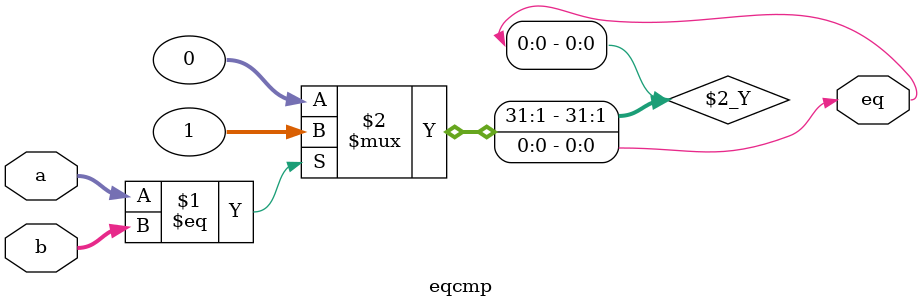
<source format=v>
`timescale 1ns / 1ps
module eqcmp(
    input [31:0]a,b,
    output eq
);
    assign eq = (a==b?1:0);
endmodule 
</source>
